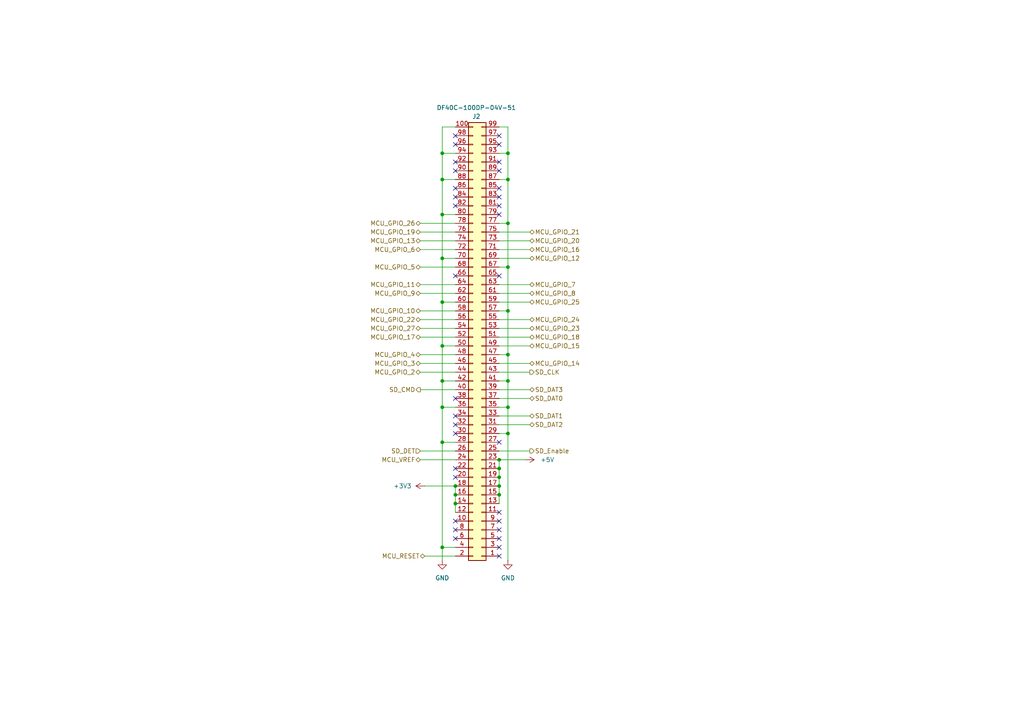
<source format=kicad_sch>
(kicad_sch (version 20231120) (generator "eeschema") (generator_version "8.0")
  (paper "A4")
  (lib_symbols
    (symbol "2x50_generic_connector:2x50_Odd-Even"
      (property "Reference" "J" (at -0.254 1.524 0))
      (symbol "2x50_Odd-Even_1_1"
        (rectangle (start -2.54 -128.143) (end -1.27 -128.397) (stroke (width 0.1524)))
        (rectangle (start -2.54 -125.603) (end -1.27 -125.857) (stroke (width 0.1524)))
        (rectangle (start -2.54 -123.063) (end -1.27 -123.317) (stroke (width 0.1524)))
        (rectangle (start -2.54 -120.523) (end -1.27 -120.777) (stroke (width 0.1524)))
        (rectangle (start -2.54 -117.983) (end -1.27 -118.237) (stroke (width 0.1524)))
        (rectangle (start -2.54 -115.443) (end -1.27 -115.697) (stroke (width 0.1524)))
        (rectangle (start -2.54 -112.903) (end -1.27 -113.157) (stroke (width 0.1524)))
        (rectangle (start -2.54 -110.363) (end -1.27 -110.617) (stroke (width 0.1524)))
        (rectangle (start -2.54 -107.823) (end -1.27 -108.077) (stroke (width 0.1524)))
        (rectangle (start -2.54 -105.283) (end -1.27 -105.537) (stroke (width 0.1524)))
        (rectangle (start -2.54 -102.743) (end -1.27 -102.997) (stroke (width 0.1524)))
        (rectangle (start -2.54 -100.203) (end -1.27 -100.457) (stroke (width 0.1524)))
        (rectangle (start -2.54 -97.663) (end -1.27 -97.917) (stroke (width 0.1524)))
        (rectangle (start -2.54 -95.123) (end -1.27 -95.377) (stroke (width 0.1524)))
        (rectangle (start -2.54 -92.583) (end -1.27 -92.837) (stroke (width 0.1524)))
        (rectangle (start -2.54 -90.043) (end -1.27 -90.297) (stroke (width 0.1524)))
        (rectangle (start -2.54 -87.503) (end -1.27 -87.757) (stroke (width 0.1524)))
        (rectangle (start -2.54 -84.963) (end -1.27 -85.217) (stroke (width 0.1524)))
        (rectangle (start -2.54 -82.423) (end -1.27 -82.677) (stroke (width 0.1524)))
        (rectangle (start -2.54 -79.883) (end -1.27 -80.137) (stroke (width 0.1524)))
        (rectangle (start -2.54 -77.343) (end -1.27 -77.597) (stroke (width 0.1524)))
        (rectangle (start -2.54 -74.803) (end -1.27 -75.057) (stroke (width 0.1524)))
        (rectangle (start -2.54 -72.263) (end -1.27 -72.517) (stroke (width 0.1524)))
        (rectangle (start -2.54 -69.723) (end -1.27 -69.977) (stroke (width 0.1524)))
        (rectangle (start -2.54 -67.183) (end -1.27 -67.437) (stroke (width 0.1524)))
        (rectangle (start -2.54 -64.643) (end -1.27 -64.897) (stroke (width 0.1524)))
        (rectangle (start -2.54 -62.103) (end -1.27 -62.357) (stroke (width 0.1524)))
        (rectangle (start -2.54 -59.563) (end -1.27 -59.817) (stroke (width 0.1524)))
        (rectangle (start -2.54 -57.023) (end -1.27 -57.277) (stroke (width 0.1524)))
        (rectangle (start -2.54 -54.483) (end -1.27 -54.737) (stroke (width 0.1524)))
        (rectangle (start -2.54 -51.943) (end -1.27 -52.197) (stroke (width 0.1524)))
        (rectangle (start -2.54 -49.403) (end -1.27 -49.657) (stroke (width 0.1524)))
        (rectangle (start -2.54 -46.863) (end -1.27 -47.117) (stroke (width 0.1524)))
        (rectangle (start -2.54 -44.323) (end -1.27 -44.577) (stroke (width 0.1524)))
        (rectangle (start -2.54 -41.783) (end -1.27 -42.037) (stroke (width 0.1524)))
        (rectangle (start -2.54 -39.243) (end -1.27 -39.497) (stroke (width 0.1524)))
        (rectangle (start -2.54 -36.703) (end -1.27 -36.957) (stroke (width 0.1524)))
        (rectangle (start -2.54 -34.163) (end -1.27 -34.417) (stroke (width 0.1524)))
        (rectangle (start -2.54 -31.623) (end -1.27 -31.877) (stroke (width 0.1524)))
        (rectangle (start -2.54 -29.083) (end -1.27 -29.337) (stroke (width 0.1524)))
        (rectangle (start -2.54 -26.543) (end -1.27 -26.797) (stroke (width 0.1524)))
        (rectangle (start -2.54 -24.003) (end -1.27 -24.257) (stroke (width 0.1524)))
        (rectangle (start -2.54 -21.463) (end -1.27 -21.717) (stroke (width 0.1524)))
        (rectangle (start -2.54 -18.923) (end -1.27 -19.177) (stroke (width 0.1524)))
        (rectangle (start -2.54 -16.383) (end -1.27 -16.637) (stroke (width 0.1524)))
        (rectangle (start -2.54 -13.843) (end -1.27 -14.097) (stroke (width 0.1524)))
        (rectangle (start -2.54 -11.303) (end -1.27 -11.557) (stroke (width 0.1524)))
        (rectangle (start -2.54 -8.763) (end -1.27 -9.017) (stroke (width 0.1524)))
        (rectangle (start -2.54 -6.223) (end -1.27 -6.477) (stroke (width 0.1524)))
        (rectangle (start -2.54 -3.683) (end -1.27 -3.937) (stroke (width 0.1524)))
        (rectangle (start -2.54 -2.54) (end 2.54 -129.54) (stroke (width 0.254)) (fill (type background)))
        (rectangle (start 2.54 -128.143) (end 1.27 -128.397) (stroke (width 0.1524)))
        (rectangle (start 2.54 -125.603) (end 1.27 -125.857) (stroke (width 0.1524)))
        (rectangle (start 2.54 -123.063) (end 1.27 -123.317) (stroke (width 0.1524)))
        (rectangle (start 2.54 -120.523) (end 1.27 -120.777) (stroke (width 0.1524)))
        (rectangle (start 2.54 -117.983) (end 1.27 -118.237) (stroke (width 0.1524)))
        (rectangle (start 2.54 -115.443) (end 1.27 -115.697) (stroke (width 0.1524)))
        (rectangle (start 2.54 -112.903) (end 1.27 -113.157) (stroke (width 0.1524)))
        (rectangle (start 2.54 -110.363) (end 1.27 -110.617) (stroke (width 0.1524)))
        (rectangle (start 2.54 -107.823) (end 1.27 -108.077) (stroke (width 0.1524)))
        (rectangle (start 2.54 -105.283) (end 1.27 -105.537) (stroke (width 0.1524)))
        (rectangle (start 2.54 -102.743) (end 1.27 -102.997) (stroke (width 0.1524)))
        (rectangle (start 2.54 -100.203) (end 1.27 -100.457) (stroke (width 0.1524)))
        (rectangle (start 2.54 -97.663) (end 1.27 -97.917) (stroke (width 0.1524)))
        (rectangle (start 2.54 -95.123) (end 1.27 -95.377) (stroke (width 0.1524)))
        (rectangle (start 2.54 -92.583) (end 1.27 -92.837) (stroke (width 0.1524)))
        (rectangle (start 2.54 -90.043) (end 1.27 -90.297) (stroke (width 0.1524)))
        (rectangle (start 2.54 -87.503) (end 1.27 -87.757) (stroke (width 0.1524)))
        (rectangle (start 2.54 -84.963) (end 1.27 -85.217) (stroke (width 0.1524)))
        (rectangle (start 2.54 -82.423) (end 1.27 -82.677) (stroke (width 0.1524)))
        (rectangle (start 2.54 -79.883) (end 1.27 -80.137) (stroke (width 0.1524)))
        (rectangle (start 2.54 -77.343) (end 1.27 -77.597) (stroke (width 0.1524)))
        (rectangle (start 2.54 -74.803) (end 1.27 -75.057) (stroke (width 0.1524)))
        (rectangle (start 2.54 -72.263) (end 1.27 -72.517) (stroke (width 0.1524)))
        (rectangle (start 2.54 -69.723) (end 1.27 -69.977) (stroke (width 0.1524)))
        (rectangle (start 2.54 -67.183) (end 1.27 -67.437) (stroke (width 0.1524)))
        (rectangle (start 2.54 -64.643) (end 1.27 -64.897) (stroke (width 0.1524)))
        (rectangle (start 2.54 -62.103) (end 1.27 -62.357) (stroke (width 0.1524)))
        (rectangle (start 2.54 -59.563) (end 1.27 -59.817) (stroke (width 0.1524)))
        (rectangle (start 2.54 -57.023) (end 1.27 -57.277) (stroke (width 0.1524)))
        (rectangle (start 2.54 -54.483) (end 1.27 -54.737) (stroke (width 0.1524)))
        (rectangle (start 2.54 -51.943) (end 1.27 -52.197) (stroke (width 0.1524)))
        (rectangle (start 2.54 -49.403) (end 1.27 -49.657) (stroke (width 0.1524)))
        (rectangle (start 2.54 -46.863) (end 1.27 -47.117) (stroke (width 0.1524)))
        (rectangle (start 2.54 -44.323) (end 1.27 -44.577) (stroke (width 0.1524)))
        (rectangle (start 2.54 -41.783) (end 1.27 -42.037) (stroke (width 0.1524)))
        (rectangle (start 2.54 -39.243) (end 1.27 -39.497) (stroke (width 0.1524)))
        (rectangle (start 2.54 -36.703) (end 1.27 -36.957) (stroke (width 0.1524)))
        (rectangle (start 2.54 -34.163) (end 1.27 -34.417) (stroke (width 0.1524)))
        (rectangle (start 2.54 -31.623) (end 1.27 -31.877) (stroke (width 0.1524)))
        (rectangle (start 2.54 -29.083) (end 1.27 -29.337) (stroke (width 0.1524)))
        (rectangle (start 2.54 -26.543) (end 1.27 -26.797) (stroke (width 0.1524)))
        (rectangle (start 2.54 -24.003) (end 1.27 -24.257) (stroke (width 0.1524)))
        (rectangle (start 2.54 -21.463) (end 1.27 -21.717) (stroke (width 0.1524)))
        (rectangle (start 2.54 -18.923) (end 1.27 -19.177) (stroke (width 0.1524)))
        (rectangle (start 2.54 -16.383) (end 1.27 -16.637) (stroke (width 0.1524)))
        (rectangle (start 2.54 -13.843) (end 1.27 -14.097) (stroke (width 0.1524)))
        (rectangle (start 2.54 -11.303) (end 1.27 -11.557) (stroke (width 0.1524)))
        (rectangle (start 2.54 -8.763) (end 1.27 -9.017) (stroke (width 0.1524)))
        (rectangle (start 2.54 -6.223) (end 1.27 -6.477) (stroke (width 0.1524)))
        (rectangle (start 2.54 -3.683) (end 1.27 -3.937) (stroke (width 0.1524)))
        (pin passive line (at 6.35 -3.81 180) (length 3.81) (name "") (number "1"))
        (pin passive line (at -6.35 -13.97 0) (length 3.81) (name "") (number "10"))
        (pin passive line (at -6.35 -128.27 0) (length 3.81) (name "") (number "100"))
        (pin passive line (at 6.35 -16.51 180) (length 3.81) (name "") (number "11"))
        (pin passive line (at -6.35 -16.51 0) (length 3.81) (name "") (number "12"))
        (pin passive line (at 6.35 -19.05 180) (length 3.81) (name "") (number "13"))
        (pin passive line (at -6.35 -19.05 0) (length 3.81) (name "") (number "14"))
        (pin passive line (at 6.35 -21.59 180) (length 3.81) (name "") (number "15"))
        (pin passive line (at -6.35 -21.59 0) (length 3.81) (name "") (number "16"))
        (pin passive line (at 6.35 -24.13 180) (length 3.81) (name "") (number "17"))
        (pin passive line (at -6.35 -24.13 0) (length 3.81) (name "") (number "18"))
        (pin passive line (at 6.35 -26.67 180) (length 3.81) (name "") (number "19"))
        (pin passive line (at -6.35 -3.81 0) (length 3.81) (name "") (number "2"))
        (pin passive line (at -6.35 -26.67 0) (length 3.81) (name "") (number "20"))
        (pin passive line (at 6.35 -29.21 180) (length 3.81) (name "") (number "21"))
        (pin passive line (at -6.35 -29.21 0) (length 3.81) (name "") (number "22"))
        (pin passive line (at 6.35 -31.75 180) (length 3.81) (name "") (number "23"))
        (pin passive line (at -6.35 -31.75 0) (length 3.81) (name "") (number "24"))
        (pin passive line (at 6.35 -34.29 180) (length 3.81) (name "") (number "25"))
        (pin passive line (at -6.35 -34.29 0) (length 3.81) (name "") (number "26"))
        (pin passive line (at 6.35 -36.83 180) (length 3.81) (name "") (number "27"))
        (pin passive line (at -6.35 -36.83 0) (length 3.81) (name "") (number "28"))
        (pin passive line (at 6.35 -39.37 180) (length 3.81) (name "") (number "29"))
        (pin passive line (at 6.35 -6.35 180) (length 3.81) (name "") (number "3"))
        (pin passive line (at -6.35 -39.37 0) (length 3.81) (name "") (number "30"))
        (pin passive line (at 6.35 -41.91 180) (length 3.81) (name "") (number "31"))
        (pin passive line (at -6.35 -41.91 0) (length 3.81) (name "") (number "32"))
        (pin passive line (at 6.35 -44.45 180) (length 3.81) (name "") (number "33"))
        (pin passive line (at -6.35 -44.45 0) (length 3.81) (name "") (number "34"))
        (pin passive line (at 6.35 -46.99 180) (length 3.81) (name "") (number "35"))
        (pin passive line (at -6.35 -46.99 0) (length 3.81) (name "") (number "36"))
        (pin passive line (at 6.35 -49.53 180) (length 3.81) (name "") (number "37"))
        (pin passive line (at -6.35 -49.53 0) (length 3.81) (name "") (number "38"))
        (pin passive line (at 6.35 -52.07 180) (length 3.81) (name "") (number "39"))
        (pin passive line (at -6.35 -6.35 0) (length 3.81) (name "") (number "4"))
        (pin passive line (at -6.35 -52.07 0) (length 3.81) (name "") (number "40"))
        (pin passive line (at 6.35 -54.61 180) (length 3.81) (name "") (number "41"))
        (pin passive line (at -6.35 -54.61 0) (length 3.81) (name "") (number "42"))
        (pin passive line (at 6.35 -57.15 180) (length 3.81) (name "") (number "43"))
        (pin passive line (at -6.35 -57.15 0) (length 3.81) (name "") (number "44"))
        (pin passive line (at 6.35 -59.69 180) (length 3.81) (name "") (number "45"))
        (pin passive line (at -6.35 -59.69 0) (length 3.81) (name "") (number "46"))
        (pin passive line (at 6.35 -62.23 180) (length 3.81) (name "") (number "47"))
        (pin passive line (at -6.35 -62.23 0) (length 3.81) (name "") (number "48"))
        (pin passive line (at 6.35 -64.77 180) (length 3.81) (name "") (number "49"))
        (pin passive line (at 6.35 -8.89 180) (length 3.81) (name "") (number "5"))
        (pin passive line (at -6.35 -64.77 0) (length 3.81) (name "") (number "50"))
        (pin passive line (at 6.35 -67.31 180) (length 3.81) (name "") (number "51"))
        (pin passive line (at -6.35 -67.31 0) (length 3.81) (name "") (number "52"))
        (pin passive line (at 6.35 -69.85 180) (length 3.81) (name "") (number "53"))
        (pin passive line (at -6.35 -69.85 0) (length 3.81) (name "") (number "54"))
        (pin passive line (at 6.35 -72.39 180) (length 3.81) (name "") (number "55"))
        (pin passive line (at -6.35 -72.39 0) (length 3.81) (name "") (number "56"))
        (pin passive line (at 6.35 -74.93 180) (length 3.81) (name "") (number "57"))
        (pin passive line (at -6.35 -74.93 0) (length 3.81) (name "") (number "58"))
        (pin passive line (at 6.35 -77.47 180) (length 3.81) (name "") (number "59"))
        (pin passive line (at -6.35 -8.89 0) (length 3.81) (name "") (number "6"))
        (pin passive line (at -6.35 -77.47 0) (length 3.81) (name "") (number "60"))
        (pin passive line (at 6.35 -80.01 180) (length 3.81) (name "") (number "61"))
        (pin passive line (at -6.35 -80.01 0) (length 3.81) (name "") (number "62"))
        (pin passive line (at 6.35 -82.55 180) (length 3.81) (name "") (number "63"))
        (pin passive line (at -6.35 -82.55 0) (length 3.81) (name "") (number "64"))
        (pin passive line (at 6.35 -85.09 180) (length 3.81) (name "") (number "65"))
        (pin passive line (at -6.35 -85.09 0) (length 3.81) (name "") (number "66"))
        (pin passive line (at 6.35 -87.63 180) (length 3.81) (name "") (number "67"))
        (pin passive line (at -6.35 -87.63 0) (length 3.81) (name "") (number "68"))
        (pin passive line (at 6.35 -90.17 180) (length 3.81) (name "") (number "69"))
        (pin passive line (at 6.35 -11.43 180) (length 3.81) (name "") (number "7"))
        (pin passive line (at -6.35 -90.17 0) (length 3.81) (name "") (number "70"))
        (pin passive line (at 6.35 -92.71 180) (length 3.81) (name "") (number "71"))
        (pin passive line (at -6.35 -92.71 0) (length 3.81) (name "") (number "72"))
        (pin passive line (at 6.35 -95.25 180) (length 3.81) (name "") (number "73"))
        (pin passive line (at -6.35 -95.25 0) (length 3.81) (name "") (number "74"))
        (pin passive line (at 6.35 -97.79 180) (length 3.81) (name "") (number "75"))
        (pin passive line (at -6.35 -97.79 0) (length 3.81) (name "") (number "76"))
        (pin passive line (at 6.35 -100.33 180) (length 3.81) (name "") (number "77"))
        (pin passive line (at -6.35 -100.33 0) (length 3.81) (name "") (number "78"))
        (pin passive line (at 6.35 -102.87 180) (length 3.81) (name "") (number "79"))
        (pin passive line (at -6.35 -11.43 0) (length 3.81) (name "") (number "8"))
        (pin passive line (at -6.35 -102.87 0) (length 3.81) (name "") (number "80"))
        (pin passive line (at 6.35 -105.41 180) (length 3.81) (name "") (number "81"))
        (pin passive line (at -6.35 -105.41 0) (length 3.81) (name "") (number "82"))
        (pin passive line (at 6.35 -107.95 180) (length 3.81) (name "") (number "83"))
        (pin passive line (at -6.35 -107.95 0) (length 3.81) (name "") (number "84"))
        (pin passive line (at 6.35 -110.49 180) (length 3.81) (name "") (number "85"))
        (pin passive line (at -6.35 -110.49 0) (length 3.81) (name "") (number "86"))
        (pin passive line (at 6.35 -113.03 180) (length 3.81) (name "") (number "87"))
        (pin passive line (at -6.35 -113.03 0) (length 3.81) (name "") (number "88"))
        (pin passive line (at 6.35 -115.57 180) (length 3.81) (name "") (number "89"))
        (pin passive line (at 6.35 -13.97 180) (length 3.81) (name "") (number "9"))
        (pin passive line (at -6.35 -115.57 0) (length 3.81) (name "") (number "90"))
        (pin passive line (at 6.35 -118.11 180) (length 3.81) (name "") (number "91"))
        (pin passive line (at -6.35 -118.11 0) (length 3.81) (name "") (number "92"))
        (pin passive line (at 6.35 -120.65 180) (length 3.81) (name "") (number "93"))
        (pin passive line (at -6.35 -120.65 0) (length 3.81) (name "") (number "94"))
        (pin passive line (at 6.35 -123.19 180) (length 3.81) (name "") (number "95"))
        (pin passive line (at -6.35 -123.19 0) (length 3.81) (name "") (number "96"))
        (pin passive line (at 6.35 -125.73 180) (length 3.81) (name "") (number "97"))
        (pin passive line (at -6.35 -125.73 0) (length 3.81) (name "") (number "98"))
        (pin passive line (at 6.35 -128.27 180) (length 3.81) (name "") (number "99"))
      )
    )
    (symbol "power:+3V3" (power) (pin_numbers hide) (pin_names (offset 0) hide)
      (property "Value" "+3V3" (at 0 3.556 0))
      (symbol "+3V3_0_1"
        (polyline (pts (xy -0.762 1.27) (xy 0 2.54)))
        (polyline (pts (xy 0 0) (xy 0 2.54)))
        (polyline (pts (xy 0 2.54) (xy 0.762 1.27)))
      )
      (symbol "+3V3_1_1"
        (pin power_in line (at 0 0 90) (length 0) (name "~") (number "1"))
      )
    )
    (symbol "power:+5V" (power) (pin_numbers hide) (pin_names (offset 0) hide)
      (property "Value" "+5V" (at 0 3.556 0))
      (symbol "+5V_0_1"
        (polyline (pts (xy -0.762 1.27) (xy 0 2.54)))
        (polyline (pts (xy 0 0) (xy 0 2.54)))
        (polyline (pts (xy 0 2.54) (xy 0.762 1.27)))
      )
      (symbol "+5V_1_1"
        (pin power_in line (at 0 0 90) (length 0) (name "~") (number "1"))
      )
    )
    (symbol "power:GND" (power) (pin_numbers hide) (pin_names (offset 0) hide)
      (property "Value" "GND" (at 0 -3.81 0))
      (symbol "GND_0_1"
        (polyline (pts (xy 0 0) (xy 0 -1.27) (xy 1.27 -1.27) (xy 0 -2.54) (xy -1.27 -1.27) (xy 0 -1.27)))
      )
      (symbol "GND_1_1"
        (pin power_in line (at 0 0 270) (length 0) (name "~") (number "1"))
      )
    )
  )
  (junction (at 144.78 140.97))
  (junction (at 147.32 102.87))
  (junction (at 147.32 110.49))
  (junction (at 128.27 52.07))
  (junction (at 128.27 87.63))
  (junction (at 128.27 110.49))
  (junction (at 144.78 143.51))
  (junction (at 144.78 138.43))
  (junction (at 128.27 74.93))
  (junction (at 128.27 44.45))
  (junction (at 128.27 100.33))
  (junction (at 128.27 158.75))
  (junction (at 128.27 128.27))
  (junction (at 147.32 90.17))
  (junction (at 147.32 125.73))
  (junction (at 132.08 143.51))
  (junction (at 147.32 44.45))
  (junction (at 144.78 135.89))
  (junction (at 147.32 52.07))
  (junction (at 128.27 62.23))
  (junction (at 132.08 140.97))
  (junction (at 144.78 133.35))
  (junction (at 132.08 146.05))
  (junction (at 147.32 118.11))
  (junction (at 147.32 64.77))
  (junction (at 147.32 77.47))
  (junction (at 128.27 118.11))
  (no_connect (at 132.08 41.91))
  (no_connect (at 132.08 54.61))
  (no_connect (at 144.78 49.53))
  (no_connect (at 132.08 59.69))
  (no_connect (at 132.08 123.19))
  (no_connect (at 144.78 59.69))
  (no_connect (at 144.78 156.21))
  (no_connect (at 132.08 156.21))
  (no_connect (at 132.08 151.13))
  (no_connect (at 132.08 57.15))
  (no_connect (at 132.08 138.43))
  (no_connect (at 132.08 80.01))
  (no_connect (at 144.78 161.29))
  (no_connect (at 144.78 80.01))
  (no_connect (at 132.08 135.89))
  (no_connect (at 132.08 39.37))
  (no_connect (at 144.78 128.27))
  (no_connect (at 132.08 46.99))
  (no_connect (at 144.78 158.75))
  (no_connect (at 144.78 148.59))
  (no_connect (at 144.78 62.23))
  (no_connect (at 132.08 115.57))
  (no_connect (at 144.78 151.13))
  (no_connect (at 144.78 54.61))
  (no_connect (at 132.08 49.53))
  (no_connect (at 132.08 125.73))
  (no_connect (at 144.78 153.67))
  (no_connect (at 144.78 39.37))
  (no_connect (at 144.78 46.99))
  (no_connect (at 144.78 41.91))
  (no_connect (at 132.08 153.67))
  (no_connect (at 132.08 120.65))
  (no_connect (at 144.78 57.15))
  (wire (pts (xy 128.27 36.83) (xy 128.27 44.45)))
  (wire (pts (xy 144.78 72.39) (xy 153.67 72.39)))
  (wire (pts (xy 144.78 44.45) (xy 147.32 44.45)))
  (wire (pts (xy 144.78 140.97) (xy 144.78 143.51)))
  (wire (pts (xy 128.27 44.45) (xy 128.27 52.07)))
  (wire (pts (xy 144.78 130.81) (xy 153.67 130.81)))
  (wire (pts (xy 147.32 36.83) (xy 144.78 36.83)))
  (wire (pts (xy 132.08 69.85) (xy 121.92 69.85)))
  (wire (pts (xy 144.78 107.95) (xy 153.67 107.95)))
  (wire (pts (xy 128.27 110.49) (xy 128.27 118.11)))
  (wire (pts (xy 144.78 133.35) (xy 152.4 133.35)))
  (wire (pts (xy 121.92 72.39) (xy 132.08 72.39)))
  (wire (pts (xy 132.08 140.97) (xy 132.08 143.51)))
  (wire (pts (xy 147.32 110.49) (xy 147.32 118.11)))
  (wire (pts (xy 144.78 100.33) (xy 153.67 100.33)))
  (wire (pts (xy 144.78 110.49) (xy 147.32 110.49)))
  (wire (pts (xy 128.27 87.63) (xy 132.08 87.63)))
  (wire (pts (xy 128.27 87.63) (xy 128.27 100.33)))
  (wire (pts (xy 128.27 100.33) (xy 128.27 110.49)))
  (wire (pts (xy 128.27 128.27) (xy 132.08 128.27)))
  (wire (pts (xy 132.08 146.05) (xy 132.08 148.59)))
  (wire (pts (xy 144.78 118.11) (xy 147.32 118.11)))
  (wire (pts (xy 144.78 123.19) (xy 153.67 123.19)))
  (wire (pts (xy 121.92 130.81) (xy 132.08 130.81)))
  (wire (pts (xy 132.08 64.77) (xy 121.92 64.77)))
  (wire (pts (xy 144.78 105.41) (xy 153.67 105.41)))
  (wire (pts (xy 144.78 82.55) (xy 153.67 82.55)))
  (wire (pts (xy 144.78 64.77) (xy 147.32 64.77)))
  (wire (pts (xy 144.78 125.73) (xy 147.32 125.73)))
  (wire (pts (xy 128.27 158.75) (xy 132.08 158.75)))
  (wire (pts (xy 128.27 44.45) (xy 132.08 44.45)))
  (wire (pts (xy 132.08 82.55) (xy 121.92 82.55)))
  (wire (pts (xy 128.27 52.07) (xy 132.08 52.07)))
  (wire (pts (xy 132.08 67.31) (xy 121.92 67.31)))
  (wire (pts (xy 144.78 120.65) (xy 153.67 120.65)))
  (wire (pts (xy 128.27 100.33) (xy 132.08 100.33)))
  (wire (pts (xy 132.08 92.71) (xy 121.92 92.71)))
  (wire (pts (xy 147.32 125.73) (xy 147.32 162.56)))
  (wire (pts (xy 121.92 107.95) (xy 132.08 107.95)))
  (wire (pts (xy 144.78 92.71) (xy 153.67 92.71)))
  (wire (pts (xy 144.78 143.51) (xy 144.78 146.05)))
  (wire (pts (xy 123.19 140.97) (xy 132.08 140.97)))
  (wire (pts (xy 147.32 102.87) (xy 144.78 102.87)))
  (wire (pts (xy 121.92 102.87) (xy 132.08 102.87)))
  (wire (pts (xy 147.32 118.11) (xy 147.32 125.73)))
  (wire (pts (xy 147.32 44.45) (xy 147.32 36.83)))
  (wire (pts (xy 128.27 52.07) (xy 128.27 62.23)))
  (wire (pts (xy 147.32 52.07) (xy 147.32 44.45)))
  (wire (pts (xy 144.78 69.85) (xy 153.67 69.85)))
  (wire (pts (xy 147.32 90.17) (xy 147.32 77.47)))
  (wire (pts (xy 147.32 64.77) (xy 147.32 52.07)))
  (wire (pts (xy 147.32 77.47) (xy 147.32 64.77)))
  (wire (pts (xy 144.78 74.93) (xy 153.67 74.93)))
  (wire (pts (xy 128.27 62.23) (xy 128.27 74.93)))
  (wire (pts (xy 144.78 77.47) (xy 147.32 77.47)))
  (wire (pts (xy 132.08 77.47) (xy 121.92 77.47)))
  (wire (pts (xy 144.78 133.35) (xy 144.78 135.89)))
  (wire (pts (xy 132.08 143.51) (xy 132.08 146.05)))
  (wire (pts (xy 144.78 95.25) (xy 153.67 95.25)))
  (wire (pts (xy 132.08 90.17) (xy 121.92 90.17)))
  (wire (pts (xy 121.92 113.03) (xy 132.08 113.03)))
  (wire (pts (xy 144.78 97.79) (xy 153.67 97.79)))
  (wire (pts (xy 121.92 95.25) (xy 132.08 95.25)))
  (wire (pts (xy 128.27 62.23) (xy 132.08 62.23)))
  (wire (pts (xy 123.19 161.29) (xy 132.08 161.29)))
  (wire (pts (xy 144.78 87.63) (xy 153.67 87.63)))
  (wire (pts (xy 147.32 110.49) (xy 147.32 102.87)))
  (wire (pts (xy 128.27 118.11) (xy 128.27 128.27)))
  (wire (pts (xy 121.92 133.35) (xy 132.08 133.35)))
  (wire (pts (xy 144.78 90.17) (xy 147.32 90.17)))
  (wire (pts (xy 144.78 138.43) (xy 144.78 140.97)))
  (wire (pts (xy 132.08 36.83) (xy 128.27 36.83)))
  (wire (pts (xy 144.78 52.07) (xy 147.32 52.07)))
  (wire (pts (xy 128.27 74.93) (xy 132.08 74.93)))
  (wire (pts (xy 132.08 97.79) (xy 121.92 97.79)))
  (wire (pts (xy 121.92 105.41) (xy 132.08 105.41)))
  (wire (pts (xy 132.08 118.11) (xy 128.27 118.11)))
  (wire (pts (xy 144.78 135.89) (xy 144.78 138.43)))
  (wire (pts (xy 128.27 74.93) (xy 128.27 87.63)))
  (wire (pts (xy 144.78 67.31) (xy 153.67 67.31)))
  (wire (pts (xy 147.32 90.17) (xy 147.32 102.87)))
  (wire (pts (xy 128.27 110.49) (xy 132.08 110.49)))
  (wire (pts (xy 128.27 128.27) (xy 128.27 158.75)))
  (wire (pts (xy 144.78 113.03) (xy 153.67 113.03)))
  (wire (pts (xy 144.78 115.57) (xy 153.67 115.57)))
  (wire (pts (xy 144.78 85.09) (xy 153.67 85.09)))
  (wire (pts (xy 128.27 158.75) (xy 128.27 162.56)))
  (wire (pts (xy 121.92 85.09) (xy 132.08 85.09)))
  (hierarchical_label "SD_DAT3" (shape bidirectional) (at 153.67 113.03 0))
  (hierarchical_label "MCU_GPIO_17" (shape bidirectional) (at 121.92 97.79 180))
  (hierarchical_label "SD_DAT0" (shape bidirectional) (at 153.67 115.57 0))
  (hierarchical_label "SD_DET" (shape input) (at 121.92 130.81 180))
  (hierarchical_label "SD_CLK" (shape output) (at 153.67 107.95 0))
  (hierarchical_label "MCU_GPIO_26" (shape bidirectional) (at 121.92 64.77 180))
  (hierarchical_label "SD_DAT1" (shape bidirectional) (at 153.67 120.65 0))
  (hierarchical_label "MCU_GPIO_5" (shape bidirectional) (at 121.92 77.47 180))
  (hierarchical_label "MCU_GPIO_4" (shape bidirectional) (at 121.92 102.87 180))
  (hierarchical_label "MCU_GPIO_11" (shape bidirectional) (at 121.92 82.55 180))
  (hierarchical_label "MCU_GPIO_27" (shape bidirectional) (at 121.92 95.25 180))
  (hierarchical_label "SD_Enable" (shape output) (at 153.67 130.81 0))
  (hierarchical_label "MCU_GPIO_12" (shape bidirectional) (at 153.67 74.93 0))
  (hierarchical_label "MCU_GPIO_20" (shape bidirectional) (at 153.67 69.85 0))
  (hierarchical_label "MCU_GPIO_14" (shape bidirectional) (at 153.67 105.41 0))
  (hierarchical_label "MCU_GPIO_19" (shape bidirectional) (at 121.92 67.31 180))
  (hierarchical_label "MCU_GPIO_15" (shape bidirectional) (at 153.67 100.33 0))
  (hierarchical_label "MCU_RESET" (shape bidirectional) (at 123.19 161.29 180))
  (hierarchical_label "MCU_GPIO_10" (shape bidirectional) (at 121.92 90.17 180))
  (hierarchical_label "MCU_GPIO_6" (shape bidirectional) (at 121.92 72.39 180))
  (hierarchical_label "MCU_GPIO_16" (shape bidirectional) (at 153.67 72.39 0))
  (hierarchical_label "MCU_GPIO_9" (shape bidirectional) (at 121.92 85.09 180))
  (hierarchical_label "MCU_VREF" (shape bidirectional) (at 121.92 133.35 180))
  (hierarchical_label "MCU_GPIO_25" (shape bidirectional) (at 153.67 87.63 0))
  (hierarchical_label "SD_DAT2" (shape bidirectional) (at 153.67 123.19 0))
  (hierarchical_label "SD_CMD" (shape output) (at 121.92 113.03 180))
  (hierarchical_label "MCU_GPIO_22" (shape bidirectional) (at 121.92 92.71 180))
  (hierarchical_label "MCU_GPIO_13" (shape bidirectional) (at 121.92 69.85 180))
  (hierarchical_label "MCU_GPIO_2" (shape bidirectional) (at 121.92 107.95 180))
  (hierarchical_label "MCU_GPIO_21" (shape bidirectional) (at 153.67 67.31 0))
  (hierarchical_label "MCU_GPIO_24" (shape bidirectional) (at 153.67 92.71 0))
  (hierarchical_label "MCU_GPIO_23" (shape bidirectional) (at 153.67 95.25 0))
  (hierarchical_label "MCU_GPIO_7" (shape bidirectional) (at 153.67 82.55 0))
  (hierarchical_label "MCU_GPIO_3" (shape bidirectional) (at 121.92 105.41 180))
  (hierarchical_label "MCU_GPIO_8" (shape bidirectional) (at 153.67 85.09 0))
  (hierarchical_label "MCU_GPIO_18" (shape bidirectional) (at 153.67 97.79 0))
  (symbol (lib_id "power:+5V") (at 152.4 133.35 270) (unit 1)
    (property "Reference" "#PWR039" (effects (hide yes)))
    (property "Value" "+5V" (at 158.75 133.35 90))
    (property "Description" "Power symbol creates a global label with name \"+5V\"" (effects (hide yes)))
  )
  (symbol (lib_id "power:GND") (at 128.27 162.56 0) (unit 1)
    (property "Reference" "#PWR037" (effects (hide yes)))
    (property "Value" "GND" (at 128.27 167.64 0))
    (property "Description" "Power symbol creates a global label with name \"GND\" , ground" (effects (hide yes)))
  )
  (symbol (lib_id "2x50_generic_connector:2x50_Odd-Even") (at 138.43 165.1 0) (mirror x) (unit 1)
    (property "Reference" "J2" (at 138.176 33.782 0))
    (property "Value" "DF40C-100DP-04V-51" (at 138.176 31.242 0))
    (property "Footprint" "DF40C-100DP-0:DF40C100DP04V51" (effects (hide yes)))
    (property "TME" "DF40C-100DP-04V-51" (effects (hide yes)))
  )
  (symbol (lib_id "power:+3V3") (at 123.19 140.97 90) (unit 1)
    (property "Reference" "#PWR035" (effects (hide yes)))
    (property "Value" "+3V3" (at 119.38 140.9699 90) (effects (justify left)))
    (property "Description" "Power symbol creates a global label with name \"+3V3\"" (effects (hide yes)))
  )
  (symbol (lib_id "power:GND") (at 147.32 162.56 0) (unit 1)
    (property "Reference" "#PWR038" (effects (hide yes)))
    (property "Value" "GND" (at 147.32 167.64 0))
    (property "Description" "Power symbol creates a global label with name \"GND\" , ground" (effects (hide yes)))
  )
)
</source>
